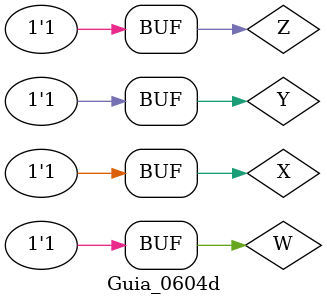
<source format=v>
/*
 Guia_0604d.v - v0.0. - 28 / 08 / 2022
 Autor    : Gabriel Vargas Bento de Souza
 Matricula: 778023
 */

/* 
 Produto das somas
                  ____
F(X, Y, W, Z) =   | |  M (1,2,5,13,14,15)
*/

/**
 PoS (1,2,5,13,14,15)
 */
module PoS (output S,
            input  X, Y, W, Z);
   assign S = ( X |  Y |  W | ~Z)   // 1
            & ( X |  Y | ~W |  Z)   // 2
            & ( X | ~Y |  W | ~Z)   // 5
            & (~X | ~Y |  W | ~Z)   // 13
            & (~X | ~Y | ~W |  Z)   // 14
            & (~X | ~Y | ~W | ~Z);  // 15
endmodule // PoS 

/**
 PoS(1,2,5,13,14,15)_Simplificado = X +W +Z' .X'+Y'+W' .X +Y +W'+Z .X'+Y'+W +Z'
 */
module PoS_simple (output S,
                   input  X, Y, W, Z);
   assign S = ( X |  W | ~Z)
            & (~X | ~Y | ~W)
            & ( X |  Y | ~W |  Z)
            & (~X | ~Y |  W | ~Z);
endmodule // PoS_simple

/**
  Guia_0604d.v
 */
module Guia_0604d;
   reg  X, Y, W, Z;
   wire S1, S2;
   
   // instancias
   PoS        POS1 (S1, X, Y, W, Z);
   PoS_simple POS2 (S2, X, Y, W, Z);
   
   // valores iniciais
   initial begin: start
      X=1'bx; Y=1'bx; W=1'bx; Z=1'bx;
   end

   // parte principal
   initial begin: main
       $display("Gabriel Vargas Bento de Souza - 778023");
       $display("Guia_06");
       $display("\n04.d) PoS (1,2,5,13,14,15)\n");

       // monitoramento
       $display(" X  Y  W  Z  S1  S2");
       $monitor("%2b %2b %2b %2b %2b %3b", X,  Y,  W,  Z,  S1, S2);

       // sinalizacao
          X=0; Y=0; W=0; Z=0;
       #1                Z=1;
       #1           W=1; Z=0;
       #1                Z=1;
       #1      Y=1; W=0; Z=0;
       #1                Z=1;
       #1           W=1; Z=0;
       #1                Z=1;
       #1 X=1; Y=0; W=0; Z=0;
       #1                Z=1;
       #1           W=1; Z=0;
       #1                Z=1;
       #1      Y=1; W=0; Z=0;
       #1                Z=1;
       #1           W=1; Z=0;
       #1                Z=1;
   end
endmodule // Guia_0604d

/*
C:\Users\Gabriel\Desktop\CC-PUC\2Periodo\ARQ1\Tarefas\Guia06>vvp Guia_0604d.vvp
Gabriel Vargas Bento de Souza - 778023
Guia_06

04.d) PoS (1,2,5,13,14,15)

 X  Y  W  Z  S1  S2
 0  0  0  0  1   1
 0  0  0  1  0   0
 0  0  1  0  0   0
 0  0  1  1  1   1
 0  1  0  0  1   1
 0  1  0  1  0   0
 0  1  1  0  1   1
 0  1  1  1  1   1
 1  0  0  0  1   1
 1  0  0  1  1   1
 1  0  1  0  1   1
 1  0  1  1  1   1
 1  1  0  0  1   1
 1  1  0  1  0   0
 1  1  1  0  0   0
 1  1  1  1  0   0

*/
</source>
